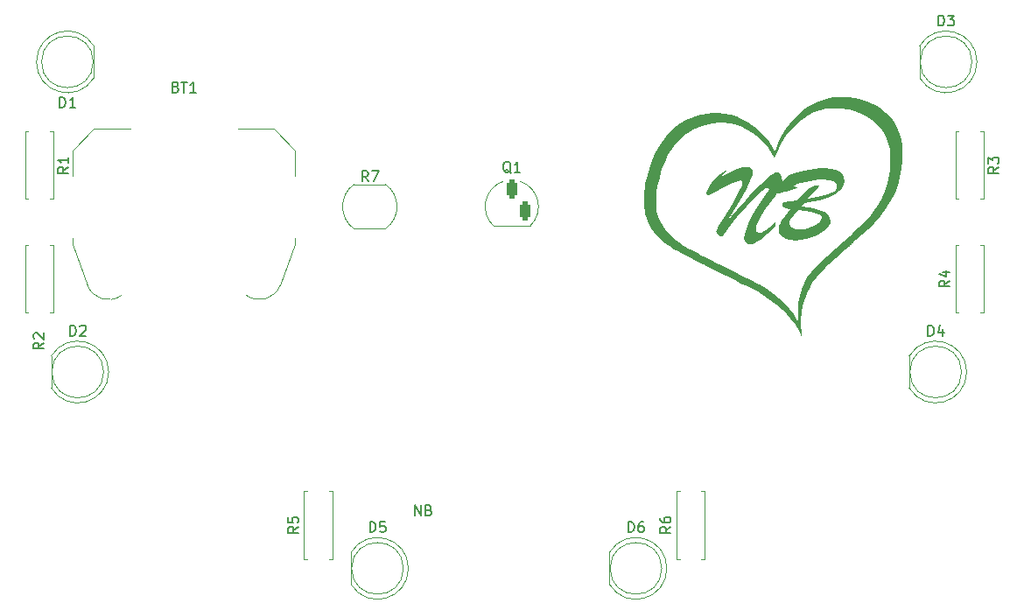
<source format=gto>
G04 #@! TF.GenerationSoftware,KiCad,Pcbnew,9.0.2*
G04 #@! TF.CreationDate,2025-06-05T15:07:43-05:00*
G04 #@! TF.ProjectId,bow,626f772e-6b69-4636-9164-5f7063625858,rev?*
G04 #@! TF.SameCoordinates,Original*
G04 #@! TF.FileFunction,Legend,Top*
G04 #@! TF.FilePolarity,Positive*
%FSLAX46Y46*%
G04 Gerber Fmt 4.6, Leading zero omitted, Abs format (unit mm)*
G04 Created by KiCad (PCBNEW 9.0.2) date 2025-06-05 15:07:43*
%MOMM*%
%LPD*%
G01*
G04 APERTURE LIST*
G04 Aperture macros list*
%AMRoundRect*
0 Rectangle with rounded corners*
0 $1 Rounding radius*
0 $2 $3 $4 $5 $6 $7 $8 $9 X,Y pos of 4 corners*
0 Add a 4 corners polygon primitive as box body*
4,1,4,$2,$3,$4,$5,$6,$7,$8,$9,$2,$3,0*
0 Add four circle primitives for the rounded corners*
1,1,$1+$1,$2,$3*
1,1,$1+$1,$4,$5*
1,1,$1+$1,$6,$7*
1,1,$1+$1,$8,$9*
0 Add four rect primitives between the rounded corners*
20,1,$1+$1,$2,$3,$4,$5,0*
20,1,$1+$1,$4,$5,$6,$7,0*
20,1,$1+$1,$6,$7,$8,$9,0*
20,1,$1+$1,$8,$9,$2,$3,0*%
G04 Aperture macros list end*
%ADD10C,0.150000*%
%ADD11C,0.300000*%
%ADD12C,0.000000*%
%ADD13C,0.120000*%
%ADD14C,1.600000*%
%ADD15C,1.500000*%
%ADD16R,1.100000X1.800000*%
%ADD17RoundRect,0.275000X-0.275000X-0.625000X0.275000X-0.625000X0.275000X0.625000X-0.275000X0.625000X0*%
%ADD18R,1.800000X1.800000*%
%ADD19C,1.800000*%
%ADD20R,1.270000X5.080000*%
%ADD21C,17.800000*%
G04 APERTURE END LIST*
D10*
X210336779Y-115869819D02*
X210336779Y-114869819D01*
X210336779Y-114869819D02*
X210908207Y-115869819D01*
X210908207Y-115869819D02*
X210908207Y-114869819D01*
X211717731Y-115346009D02*
X211860588Y-115393628D01*
X211860588Y-115393628D02*
X211908207Y-115441247D01*
X211908207Y-115441247D02*
X211955826Y-115536485D01*
X211955826Y-115536485D02*
X211955826Y-115679342D01*
X211955826Y-115679342D02*
X211908207Y-115774580D01*
X211908207Y-115774580D02*
X211860588Y-115822200D01*
X211860588Y-115822200D02*
X211765350Y-115869819D01*
X211765350Y-115869819D02*
X211384398Y-115869819D01*
X211384398Y-115869819D02*
X211384398Y-114869819D01*
X211384398Y-114869819D02*
X211717731Y-114869819D01*
X211717731Y-114869819D02*
X211812969Y-114917438D01*
X211812969Y-114917438D02*
X211860588Y-114965057D01*
X211860588Y-114965057D02*
X211908207Y-115060295D01*
X211908207Y-115060295D02*
X211908207Y-115155533D01*
X211908207Y-115155533D02*
X211860588Y-115250771D01*
X211860588Y-115250771D02*
X211812969Y-115298390D01*
X211812969Y-115298390D02*
X211717731Y-115346009D01*
X211717731Y-115346009D02*
X211384398Y-115346009D01*
D11*
G36*
X240219862Y-87135506D02*
G01*
X241069669Y-85703499D01*
X241590522Y-84760550D01*
X241966944Y-83958544D01*
X242043898Y-83656420D01*
X242028261Y-83576316D01*
X241982074Y-83512622D01*
X241915375Y-83469960D01*
X241838734Y-83455835D01*
X241617545Y-83508365D01*
X240942516Y-83780525D01*
X240050877Y-84189480D01*
X239274642Y-84624079D01*
X238823287Y-84866561D01*
X238708609Y-84907096D01*
X238604843Y-84862133D01*
X238564811Y-84705595D01*
X238606518Y-84462006D01*
X238756068Y-84129891D01*
X239062151Y-83677028D01*
X239420303Y-83275017D01*
X239862530Y-82897724D01*
X240399381Y-82544962D01*
X240480656Y-82515096D01*
X240501505Y-82555037D01*
X240378315Y-82672732D01*
X240160786Y-82859577D01*
X239948295Y-83143510D01*
X241528698Y-82386509D01*
X242021286Y-82215244D01*
X242392402Y-82166233D01*
X242682303Y-82201963D01*
X242883788Y-82297208D01*
X243017178Y-82454432D01*
X243063307Y-82674563D01*
X243028153Y-82909678D01*
X242891574Y-83301046D01*
X242693986Y-83730350D01*
X242392402Y-84299847D01*
X241723787Y-85463053D01*
X240491430Y-87542629D01*
X241472897Y-86340418D01*
X242320045Y-85360471D01*
X243136133Y-84477089D01*
X243775427Y-83840518D01*
X244379458Y-83300037D01*
X244820481Y-82959870D01*
X245228110Y-82720897D01*
X245446048Y-82664488D01*
X245513998Y-82691083D01*
X245614576Y-82801417D01*
X245789057Y-83134351D01*
X245849364Y-83323522D01*
X245865993Y-83454461D01*
X245824127Y-83789692D01*
X245694260Y-84130861D01*
X245494781Y-84478161D01*
X245184556Y-84936405D01*
X244298872Y-86173936D01*
X243778175Y-86982091D01*
X243509401Y-87497853D01*
X243373720Y-87888740D01*
X243334874Y-88183766D01*
X243376135Y-88376746D01*
X243488345Y-88485359D01*
X243693453Y-88526317D01*
X243860615Y-88499021D01*
X244077678Y-88403585D01*
X244304124Y-88258762D01*
X244605242Y-88025314D01*
X245225314Y-87467982D01*
X245235847Y-87866861D01*
X244446790Y-88631188D01*
X243788250Y-89187146D01*
X243481303Y-89404894D01*
X243232292Y-89547557D01*
X242990570Y-89642036D01*
X242802272Y-89669373D01*
X242559368Y-89622929D01*
X242374084Y-89488023D01*
X242255288Y-89284518D01*
X242212884Y-89011291D01*
X242239927Y-88724646D01*
X242333326Y-88345882D01*
X242477878Y-87945031D01*
X242701980Y-87446000D01*
X242971669Y-86929349D01*
X243317014Y-86339122D01*
X244144539Y-85094857D01*
X244520046Y-84493472D01*
X244595167Y-84266416D01*
X244567464Y-84186487D01*
X244482510Y-84159255D01*
X244290739Y-84213069D01*
X243943838Y-84439260D01*
X243351541Y-84969172D01*
X242402477Y-85973216D01*
X242046188Y-86389497D01*
X241528698Y-87036130D01*
X240937020Y-87805037D01*
X240271153Y-88671031D01*
X240108071Y-88839526D01*
X239999586Y-88880316D01*
X239875510Y-88841229D01*
X239676727Y-88681564D01*
X239513079Y-88487980D01*
X239477059Y-88390762D01*
X239523128Y-88252421D01*
X239761449Y-87854954D01*
X240219862Y-87135506D01*
G37*
G36*
X250620230Y-82329102D02*
G01*
X251092437Y-82450137D01*
X251435646Y-82629684D01*
X251713026Y-82888933D01*
X251869958Y-83174675D01*
X251922453Y-83499341D01*
X251868286Y-83842032D01*
X251699429Y-84181694D01*
X251429689Y-84487480D01*
X251005168Y-84802682D01*
X250491166Y-85065050D01*
X249778306Y-85315592D01*
X248987186Y-85504259D01*
X247998234Y-85654021D01*
X247736741Y-85961309D01*
X248551444Y-86071218D01*
X249215021Y-86225091D01*
X249750371Y-86401404D01*
X250134878Y-86608145D01*
X250378328Y-86831873D01*
X250514461Y-87073961D01*
X250559578Y-87344792D01*
X250525187Y-87578584D01*
X250417301Y-87817091D01*
X250221149Y-88067903D01*
X249844639Y-88393958D01*
X249342790Y-88698966D01*
X248793000Y-88946090D01*
X248230875Y-89131734D01*
X247669882Y-89251602D01*
X247193606Y-89288354D01*
X246680666Y-89251225D01*
X246284019Y-89150664D01*
X245979566Y-88998011D01*
X245734496Y-88776833D01*
X245592677Y-88516738D01*
X245544051Y-88203916D01*
X245603144Y-87848939D01*
X245728455Y-87568732D01*
X246594142Y-87568732D01*
X246620282Y-87722214D01*
X246700964Y-87867504D01*
X246847850Y-88010201D01*
X247027422Y-88112054D01*
X247265269Y-88179076D01*
X247577831Y-88203916D01*
X248022874Y-88166237D01*
X248518013Y-88046379D01*
X248989191Y-87859492D01*
X249358361Y-87636051D01*
X249562322Y-87449828D01*
X249667193Y-87282294D01*
X249699080Y-87124973D01*
X249673266Y-86990513D01*
X249594080Y-86870213D01*
X249448120Y-86758609D01*
X249161069Y-86632352D01*
X248684709Y-86503070D01*
X247455098Y-86298822D01*
X246981115Y-86864397D01*
X246683902Y-87261902D01*
X246615852Y-87417148D01*
X246594142Y-87568732D01*
X245728455Y-87568732D01*
X245810581Y-87385092D01*
X246124055Y-86893405D01*
X246635358Y-86212268D01*
X246248643Y-86164977D01*
X246040932Y-86088162D01*
X245909477Y-85961789D01*
X245866909Y-85796903D01*
X245884684Y-85691145D01*
X245933313Y-85619674D01*
X246112831Y-85530831D01*
X246545599Y-85462595D01*
X247368087Y-85360929D01*
X247927329Y-84724622D01*
X248369635Y-84321371D01*
X248678351Y-84118740D01*
X248993491Y-83987202D01*
X249319893Y-83921118D01*
X249409194Y-83916080D01*
X249458195Y-83941268D01*
X249342790Y-84104300D01*
X248969099Y-84526993D01*
X248356813Y-85214384D01*
X249274397Y-85069528D01*
X249932179Y-84921292D01*
X250499402Y-84726601D01*
X250856791Y-84526077D01*
X251039744Y-84356141D01*
X251138214Y-84188353D01*
X251169574Y-84015915D01*
X251132575Y-83808852D01*
X251025392Y-83647576D01*
X250836641Y-83520865D01*
X250457138Y-83412794D01*
X249816774Y-83367908D01*
X249425694Y-83385696D01*
X248948491Y-83444386D01*
X248062347Y-83617951D01*
X247355264Y-83824947D01*
X247088888Y-83938825D01*
X247045228Y-83985232D01*
X247075911Y-84015915D01*
X247287321Y-84115220D01*
X247326871Y-84168414D01*
X247230657Y-84244851D01*
X246558422Y-84481197D01*
X245847522Y-84669278D01*
X245523443Y-84712465D01*
X245415768Y-84690255D01*
X245356068Y-84630657D01*
X245333849Y-84523329D01*
X245363330Y-84377244D01*
X245481602Y-84124704D01*
X245746009Y-83712748D01*
X246043009Y-83335090D01*
X246290203Y-83097316D01*
X246497056Y-82963533D01*
X247044770Y-82784473D01*
X247989990Y-82549542D01*
X249037792Y-82360406D01*
X249556930Y-82301348D01*
X249980722Y-82283469D01*
X250620230Y-82329102D01*
G37*
D10*
X262084819Y-93166666D02*
X261608628Y-93499999D01*
X262084819Y-93738094D02*
X261084819Y-93738094D01*
X261084819Y-93738094D02*
X261084819Y-93357142D01*
X261084819Y-93357142D02*
X261132438Y-93261904D01*
X261132438Y-93261904D02*
X261180057Y-93214285D01*
X261180057Y-93214285D02*
X261275295Y-93166666D01*
X261275295Y-93166666D02*
X261418152Y-93166666D01*
X261418152Y-93166666D02*
X261513390Y-93214285D01*
X261513390Y-93214285D02*
X261561009Y-93261904D01*
X261561009Y-93261904D02*
X261608628Y-93357142D01*
X261608628Y-93357142D02*
X261608628Y-93738094D01*
X261418152Y-92309523D02*
X262084819Y-92309523D01*
X261037200Y-92547618D02*
X261751485Y-92785713D01*
X261751485Y-92785713D02*
X261751485Y-92166666D01*
X266824819Y-82166666D02*
X266348628Y-82499999D01*
X266824819Y-82738094D02*
X265824819Y-82738094D01*
X265824819Y-82738094D02*
X265824819Y-82357142D01*
X265824819Y-82357142D02*
X265872438Y-82261904D01*
X265872438Y-82261904D02*
X265920057Y-82214285D01*
X265920057Y-82214285D02*
X266015295Y-82166666D01*
X266015295Y-82166666D02*
X266158152Y-82166666D01*
X266158152Y-82166666D02*
X266253390Y-82214285D01*
X266253390Y-82214285D02*
X266301009Y-82261904D01*
X266301009Y-82261904D02*
X266348628Y-82357142D01*
X266348628Y-82357142D02*
X266348628Y-82738094D01*
X265824819Y-81833332D02*
X265824819Y-81214285D01*
X265824819Y-81214285D02*
X266205771Y-81547618D01*
X266205771Y-81547618D02*
X266205771Y-81404761D01*
X266205771Y-81404761D02*
X266253390Y-81309523D01*
X266253390Y-81309523D02*
X266301009Y-81261904D01*
X266301009Y-81261904D02*
X266396247Y-81214285D01*
X266396247Y-81214285D02*
X266634342Y-81214285D01*
X266634342Y-81214285D02*
X266729580Y-81261904D01*
X266729580Y-81261904D02*
X266777200Y-81309523D01*
X266777200Y-81309523D02*
X266824819Y-81404761D01*
X266824819Y-81404761D02*
X266824819Y-81690475D01*
X266824819Y-81690475D02*
X266777200Y-81785713D01*
X266777200Y-81785713D02*
X266729580Y-81833332D01*
X176824819Y-82166666D02*
X176348628Y-82499999D01*
X176824819Y-82738094D02*
X175824819Y-82738094D01*
X175824819Y-82738094D02*
X175824819Y-82357142D01*
X175824819Y-82357142D02*
X175872438Y-82261904D01*
X175872438Y-82261904D02*
X175920057Y-82214285D01*
X175920057Y-82214285D02*
X176015295Y-82166666D01*
X176015295Y-82166666D02*
X176158152Y-82166666D01*
X176158152Y-82166666D02*
X176253390Y-82214285D01*
X176253390Y-82214285D02*
X176301009Y-82261904D01*
X176301009Y-82261904D02*
X176348628Y-82357142D01*
X176348628Y-82357142D02*
X176348628Y-82738094D01*
X176824819Y-81214285D02*
X176824819Y-81785713D01*
X176824819Y-81499999D02*
X175824819Y-81499999D01*
X175824819Y-81499999D02*
X175967676Y-81595237D01*
X175967676Y-81595237D02*
X176062914Y-81690475D01*
X176062914Y-81690475D02*
X176110533Y-81785713D01*
X174454819Y-99166666D02*
X173978628Y-99499999D01*
X174454819Y-99738094D02*
X173454819Y-99738094D01*
X173454819Y-99738094D02*
X173454819Y-99357142D01*
X173454819Y-99357142D02*
X173502438Y-99261904D01*
X173502438Y-99261904D02*
X173550057Y-99214285D01*
X173550057Y-99214285D02*
X173645295Y-99166666D01*
X173645295Y-99166666D02*
X173788152Y-99166666D01*
X173788152Y-99166666D02*
X173883390Y-99214285D01*
X173883390Y-99214285D02*
X173931009Y-99261904D01*
X173931009Y-99261904D02*
X173978628Y-99357142D01*
X173978628Y-99357142D02*
X173978628Y-99738094D01*
X173550057Y-98785713D02*
X173502438Y-98738094D01*
X173502438Y-98738094D02*
X173454819Y-98642856D01*
X173454819Y-98642856D02*
X173454819Y-98404761D01*
X173454819Y-98404761D02*
X173502438Y-98309523D01*
X173502438Y-98309523D02*
X173550057Y-98261904D01*
X173550057Y-98261904D02*
X173645295Y-98214285D01*
X173645295Y-98214285D02*
X173740533Y-98214285D01*
X173740533Y-98214285D02*
X173883390Y-98261904D01*
X173883390Y-98261904D02*
X174454819Y-98833332D01*
X174454819Y-98833332D02*
X174454819Y-98214285D01*
X205833333Y-83554819D02*
X205500000Y-83078628D01*
X205261905Y-83554819D02*
X205261905Y-82554819D01*
X205261905Y-82554819D02*
X205642857Y-82554819D01*
X205642857Y-82554819D02*
X205738095Y-82602438D01*
X205738095Y-82602438D02*
X205785714Y-82650057D01*
X205785714Y-82650057D02*
X205833333Y-82745295D01*
X205833333Y-82745295D02*
X205833333Y-82888152D01*
X205833333Y-82888152D02*
X205785714Y-82983390D01*
X205785714Y-82983390D02*
X205738095Y-83031009D01*
X205738095Y-83031009D02*
X205642857Y-83078628D01*
X205642857Y-83078628D02*
X205261905Y-83078628D01*
X206166667Y-82554819D02*
X206833333Y-82554819D01*
X206833333Y-82554819D02*
X206404762Y-83554819D01*
X235084819Y-116976666D02*
X234608628Y-117309999D01*
X235084819Y-117548094D02*
X234084819Y-117548094D01*
X234084819Y-117548094D02*
X234084819Y-117167142D01*
X234084819Y-117167142D02*
X234132438Y-117071904D01*
X234132438Y-117071904D02*
X234180057Y-117024285D01*
X234180057Y-117024285D02*
X234275295Y-116976666D01*
X234275295Y-116976666D02*
X234418152Y-116976666D01*
X234418152Y-116976666D02*
X234513390Y-117024285D01*
X234513390Y-117024285D02*
X234561009Y-117071904D01*
X234561009Y-117071904D02*
X234608628Y-117167142D01*
X234608628Y-117167142D02*
X234608628Y-117548094D01*
X234084819Y-116119523D02*
X234084819Y-116309999D01*
X234084819Y-116309999D02*
X234132438Y-116405237D01*
X234132438Y-116405237D02*
X234180057Y-116452856D01*
X234180057Y-116452856D02*
X234322914Y-116548094D01*
X234322914Y-116548094D02*
X234513390Y-116595713D01*
X234513390Y-116595713D02*
X234894342Y-116595713D01*
X234894342Y-116595713D02*
X234989580Y-116548094D01*
X234989580Y-116548094D02*
X235037200Y-116500475D01*
X235037200Y-116500475D02*
X235084819Y-116405237D01*
X235084819Y-116405237D02*
X235084819Y-116214761D01*
X235084819Y-116214761D02*
X235037200Y-116119523D01*
X235037200Y-116119523D02*
X234989580Y-116071904D01*
X234989580Y-116071904D02*
X234894342Y-116024285D01*
X234894342Y-116024285D02*
X234656247Y-116024285D01*
X234656247Y-116024285D02*
X234561009Y-116071904D01*
X234561009Y-116071904D02*
X234513390Y-116119523D01*
X234513390Y-116119523D02*
X234465771Y-116214761D01*
X234465771Y-116214761D02*
X234465771Y-116405237D01*
X234465771Y-116405237D02*
X234513390Y-116500475D01*
X234513390Y-116500475D02*
X234561009Y-116548094D01*
X234561009Y-116548094D02*
X234656247Y-116595713D01*
X199084819Y-116976666D02*
X198608628Y-117309999D01*
X199084819Y-117548094D02*
X198084819Y-117548094D01*
X198084819Y-117548094D02*
X198084819Y-117167142D01*
X198084819Y-117167142D02*
X198132438Y-117071904D01*
X198132438Y-117071904D02*
X198180057Y-117024285D01*
X198180057Y-117024285D02*
X198275295Y-116976666D01*
X198275295Y-116976666D02*
X198418152Y-116976666D01*
X198418152Y-116976666D02*
X198513390Y-117024285D01*
X198513390Y-117024285D02*
X198561009Y-117071904D01*
X198561009Y-117071904D02*
X198608628Y-117167142D01*
X198608628Y-117167142D02*
X198608628Y-117548094D01*
X198084819Y-116071904D02*
X198084819Y-116548094D01*
X198084819Y-116548094D02*
X198561009Y-116595713D01*
X198561009Y-116595713D02*
X198513390Y-116548094D01*
X198513390Y-116548094D02*
X198465771Y-116452856D01*
X198465771Y-116452856D02*
X198465771Y-116214761D01*
X198465771Y-116214761D02*
X198513390Y-116119523D01*
X198513390Y-116119523D02*
X198561009Y-116071904D01*
X198561009Y-116071904D02*
X198656247Y-116024285D01*
X198656247Y-116024285D02*
X198894342Y-116024285D01*
X198894342Y-116024285D02*
X198989580Y-116071904D01*
X198989580Y-116071904D02*
X199037200Y-116119523D01*
X199037200Y-116119523D02*
X199084819Y-116214761D01*
X199084819Y-116214761D02*
X199084819Y-116452856D01*
X199084819Y-116452856D02*
X199037200Y-116548094D01*
X199037200Y-116548094D02*
X198989580Y-116595713D01*
X219634761Y-82750057D02*
X219539523Y-82702438D01*
X219539523Y-82702438D02*
X219444285Y-82607200D01*
X219444285Y-82607200D02*
X219301428Y-82464342D01*
X219301428Y-82464342D02*
X219206190Y-82416723D01*
X219206190Y-82416723D02*
X219110952Y-82416723D01*
X219158571Y-82654819D02*
X219063333Y-82607200D01*
X219063333Y-82607200D02*
X218968095Y-82511961D01*
X218968095Y-82511961D02*
X218920476Y-82321485D01*
X218920476Y-82321485D02*
X218920476Y-81988152D01*
X218920476Y-81988152D02*
X218968095Y-81797676D01*
X218968095Y-81797676D02*
X219063333Y-81702438D01*
X219063333Y-81702438D02*
X219158571Y-81654819D01*
X219158571Y-81654819D02*
X219349047Y-81654819D01*
X219349047Y-81654819D02*
X219444285Y-81702438D01*
X219444285Y-81702438D02*
X219539523Y-81797676D01*
X219539523Y-81797676D02*
X219587142Y-81988152D01*
X219587142Y-81988152D02*
X219587142Y-82321485D01*
X219587142Y-82321485D02*
X219539523Y-82511961D01*
X219539523Y-82511961D02*
X219444285Y-82607200D01*
X219444285Y-82607200D02*
X219349047Y-82654819D01*
X219349047Y-82654819D02*
X219158571Y-82654819D01*
X220539523Y-82654819D02*
X219968095Y-82654819D01*
X220253809Y-82654819D02*
X220253809Y-81654819D01*
X220253809Y-81654819D02*
X220158571Y-81797676D01*
X220158571Y-81797676D02*
X220063333Y-81892914D01*
X220063333Y-81892914D02*
X219968095Y-81940533D01*
X230991905Y-117494819D02*
X230991905Y-116494819D01*
X230991905Y-116494819D02*
X231230000Y-116494819D01*
X231230000Y-116494819D02*
X231372857Y-116542438D01*
X231372857Y-116542438D02*
X231468095Y-116637676D01*
X231468095Y-116637676D02*
X231515714Y-116732914D01*
X231515714Y-116732914D02*
X231563333Y-116923390D01*
X231563333Y-116923390D02*
X231563333Y-117066247D01*
X231563333Y-117066247D02*
X231515714Y-117256723D01*
X231515714Y-117256723D02*
X231468095Y-117351961D01*
X231468095Y-117351961D02*
X231372857Y-117447200D01*
X231372857Y-117447200D02*
X231230000Y-117494819D01*
X231230000Y-117494819D02*
X230991905Y-117494819D01*
X232420476Y-116494819D02*
X232230000Y-116494819D01*
X232230000Y-116494819D02*
X232134762Y-116542438D01*
X232134762Y-116542438D02*
X232087143Y-116590057D01*
X232087143Y-116590057D02*
X231991905Y-116732914D01*
X231991905Y-116732914D02*
X231944286Y-116923390D01*
X231944286Y-116923390D02*
X231944286Y-117304342D01*
X231944286Y-117304342D02*
X231991905Y-117399580D01*
X231991905Y-117399580D02*
X232039524Y-117447200D01*
X232039524Y-117447200D02*
X232134762Y-117494819D01*
X232134762Y-117494819D02*
X232325238Y-117494819D01*
X232325238Y-117494819D02*
X232420476Y-117447200D01*
X232420476Y-117447200D02*
X232468095Y-117399580D01*
X232468095Y-117399580D02*
X232515714Y-117304342D01*
X232515714Y-117304342D02*
X232515714Y-117066247D01*
X232515714Y-117066247D02*
X232468095Y-116971009D01*
X232468095Y-116971009D02*
X232420476Y-116923390D01*
X232420476Y-116923390D02*
X232325238Y-116875771D01*
X232325238Y-116875771D02*
X232134762Y-116875771D01*
X232134762Y-116875771D02*
X232039524Y-116923390D01*
X232039524Y-116923390D02*
X231991905Y-116971009D01*
X231991905Y-116971009D02*
X231944286Y-117066247D01*
X205991905Y-117494819D02*
X205991905Y-116494819D01*
X205991905Y-116494819D02*
X206230000Y-116494819D01*
X206230000Y-116494819D02*
X206372857Y-116542438D01*
X206372857Y-116542438D02*
X206468095Y-116637676D01*
X206468095Y-116637676D02*
X206515714Y-116732914D01*
X206515714Y-116732914D02*
X206563333Y-116923390D01*
X206563333Y-116923390D02*
X206563333Y-117066247D01*
X206563333Y-117066247D02*
X206515714Y-117256723D01*
X206515714Y-117256723D02*
X206468095Y-117351961D01*
X206468095Y-117351961D02*
X206372857Y-117447200D01*
X206372857Y-117447200D02*
X206230000Y-117494819D01*
X206230000Y-117494819D02*
X205991905Y-117494819D01*
X207468095Y-116494819D02*
X206991905Y-116494819D01*
X206991905Y-116494819D02*
X206944286Y-116971009D01*
X206944286Y-116971009D02*
X206991905Y-116923390D01*
X206991905Y-116923390D02*
X207087143Y-116875771D01*
X207087143Y-116875771D02*
X207325238Y-116875771D01*
X207325238Y-116875771D02*
X207420476Y-116923390D01*
X207420476Y-116923390D02*
X207468095Y-116971009D01*
X207468095Y-116971009D02*
X207515714Y-117066247D01*
X207515714Y-117066247D02*
X207515714Y-117304342D01*
X207515714Y-117304342D02*
X207468095Y-117399580D01*
X207468095Y-117399580D02*
X207420476Y-117447200D01*
X207420476Y-117447200D02*
X207325238Y-117494819D01*
X207325238Y-117494819D02*
X207087143Y-117494819D01*
X207087143Y-117494819D02*
X206991905Y-117447200D01*
X206991905Y-117447200D02*
X206944286Y-117399580D01*
X259991905Y-98494819D02*
X259991905Y-97494819D01*
X259991905Y-97494819D02*
X260230000Y-97494819D01*
X260230000Y-97494819D02*
X260372857Y-97542438D01*
X260372857Y-97542438D02*
X260468095Y-97637676D01*
X260468095Y-97637676D02*
X260515714Y-97732914D01*
X260515714Y-97732914D02*
X260563333Y-97923390D01*
X260563333Y-97923390D02*
X260563333Y-98066247D01*
X260563333Y-98066247D02*
X260515714Y-98256723D01*
X260515714Y-98256723D02*
X260468095Y-98351961D01*
X260468095Y-98351961D02*
X260372857Y-98447200D01*
X260372857Y-98447200D02*
X260230000Y-98494819D01*
X260230000Y-98494819D02*
X259991905Y-98494819D01*
X261420476Y-97828152D02*
X261420476Y-98494819D01*
X261182381Y-97447200D02*
X260944286Y-98161485D01*
X260944286Y-98161485D02*
X261563333Y-98161485D01*
X260991905Y-68494819D02*
X260991905Y-67494819D01*
X260991905Y-67494819D02*
X261230000Y-67494819D01*
X261230000Y-67494819D02*
X261372857Y-67542438D01*
X261372857Y-67542438D02*
X261468095Y-67637676D01*
X261468095Y-67637676D02*
X261515714Y-67732914D01*
X261515714Y-67732914D02*
X261563333Y-67923390D01*
X261563333Y-67923390D02*
X261563333Y-68066247D01*
X261563333Y-68066247D02*
X261515714Y-68256723D01*
X261515714Y-68256723D02*
X261468095Y-68351961D01*
X261468095Y-68351961D02*
X261372857Y-68447200D01*
X261372857Y-68447200D02*
X261230000Y-68494819D01*
X261230000Y-68494819D02*
X260991905Y-68494819D01*
X261896667Y-67494819D02*
X262515714Y-67494819D01*
X262515714Y-67494819D02*
X262182381Y-67875771D01*
X262182381Y-67875771D02*
X262325238Y-67875771D01*
X262325238Y-67875771D02*
X262420476Y-67923390D01*
X262420476Y-67923390D02*
X262468095Y-67971009D01*
X262468095Y-67971009D02*
X262515714Y-68066247D01*
X262515714Y-68066247D02*
X262515714Y-68304342D01*
X262515714Y-68304342D02*
X262468095Y-68399580D01*
X262468095Y-68399580D02*
X262420476Y-68447200D01*
X262420476Y-68447200D02*
X262325238Y-68494819D01*
X262325238Y-68494819D02*
X262039524Y-68494819D01*
X262039524Y-68494819D02*
X261944286Y-68447200D01*
X261944286Y-68447200D02*
X261896667Y-68399580D01*
X175991905Y-76414819D02*
X175991905Y-75414819D01*
X175991905Y-75414819D02*
X176230000Y-75414819D01*
X176230000Y-75414819D02*
X176372857Y-75462438D01*
X176372857Y-75462438D02*
X176468095Y-75557676D01*
X176468095Y-75557676D02*
X176515714Y-75652914D01*
X176515714Y-75652914D02*
X176563333Y-75843390D01*
X176563333Y-75843390D02*
X176563333Y-75986247D01*
X176563333Y-75986247D02*
X176515714Y-76176723D01*
X176515714Y-76176723D02*
X176468095Y-76271961D01*
X176468095Y-76271961D02*
X176372857Y-76367200D01*
X176372857Y-76367200D02*
X176230000Y-76414819D01*
X176230000Y-76414819D02*
X175991905Y-76414819D01*
X177515714Y-76414819D02*
X176944286Y-76414819D01*
X177230000Y-76414819D02*
X177230000Y-75414819D01*
X177230000Y-75414819D02*
X177134762Y-75557676D01*
X177134762Y-75557676D02*
X177039524Y-75652914D01*
X177039524Y-75652914D02*
X176944286Y-75700533D01*
X187214285Y-74431009D02*
X187357142Y-74478628D01*
X187357142Y-74478628D02*
X187404761Y-74526247D01*
X187404761Y-74526247D02*
X187452380Y-74621485D01*
X187452380Y-74621485D02*
X187452380Y-74764342D01*
X187452380Y-74764342D02*
X187404761Y-74859580D01*
X187404761Y-74859580D02*
X187357142Y-74907200D01*
X187357142Y-74907200D02*
X187261904Y-74954819D01*
X187261904Y-74954819D02*
X186880952Y-74954819D01*
X186880952Y-74954819D02*
X186880952Y-73954819D01*
X186880952Y-73954819D02*
X187214285Y-73954819D01*
X187214285Y-73954819D02*
X187309523Y-74002438D01*
X187309523Y-74002438D02*
X187357142Y-74050057D01*
X187357142Y-74050057D02*
X187404761Y-74145295D01*
X187404761Y-74145295D02*
X187404761Y-74240533D01*
X187404761Y-74240533D02*
X187357142Y-74335771D01*
X187357142Y-74335771D02*
X187309523Y-74383390D01*
X187309523Y-74383390D02*
X187214285Y-74431009D01*
X187214285Y-74431009D02*
X186880952Y-74431009D01*
X187738095Y-73954819D02*
X188309523Y-73954819D01*
X188023809Y-74954819D02*
X188023809Y-73954819D01*
X189166666Y-74954819D02*
X188595238Y-74954819D01*
X188880952Y-74954819D02*
X188880952Y-73954819D01*
X188880952Y-73954819D02*
X188785714Y-74097676D01*
X188785714Y-74097676D02*
X188690476Y-74192914D01*
X188690476Y-74192914D02*
X188595238Y-74240533D01*
X176991905Y-98494819D02*
X176991905Y-97494819D01*
X176991905Y-97494819D02*
X177230000Y-97494819D01*
X177230000Y-97494819D02*
X177372857Y-97542438D01*
X177372857Y-97542438D02*
X177468095Y-97637676D01*
X177468095Y-97637676D02*
X177515714Y-97732914D01*
X177515714Y-97732914D02*
X177563333Y-97923390D01*
X177563333Y-97923390D02*
X177563333Y-98066247D01*
X177563333Y-98066247D02*
X177515714Y-98256723D01*
X177515714Y-98256723D02*
X177468095Y-98351961D01*
X177468095Y-98351961D02*
X177372857Y-98447200D01*
X177372857Y-98447200D02*
X177230000Y-98494819D01*
X177230000Y-98494819D02*
X176991905Y-98494819D01*
X177944286Y-97590057D02*
X177991905Y-97542438D01*
X177991905Y-97542438D02*
X178087143Y-97494819D01*
X178087143Y-97494819D02*
X178325238Y-97494819D01*
X178325238Y-97494819D02*
X178420476Y-97542438D01*
X178420476Y-97542438D02*
X178468095Y-97590057D01*
X178468095Y-97590057D02*
X178515714Y-97685295D01*
X178515714Y-97685295D02*
X178515714Y-97780533D01*
X178515714Y-97780533D02*
X178468095Y-97923390D01*
X178468095Y-97923390D02*
X177896667Y-98494819D01*
X177896667Y-98494819D02*
X178515714Y-98494819D01*
D12*
G04 #@! TO.C,NB*
G36*
X251500042Y-75413107D02*
G01*
X251714942Y-75417854D01*
X252109389Y-75430815D01*
X252442350Y-75450859D01*
X252735652Y-75480878D01*
X253011119Y-75523762D01*
X253290576Y-75582402D01*
X253595848Y-75659687D01*
X253648257Y-75673897D01*
X254298178Y-75890089D01*
X254897846Y-76168493D01*
X255444180Y-76506122D01*
X255934099Y-76899988D01*
X256364525Y-77347106D01*
X256732376Y-77844487D01*
X257034573Y-78389144D01*
X257268035Y-78978090D01*
X257352323Y-79266204D01*
X257397132Y-79443069D01*
X257430833Y-79595057D01*
X257455393Y-79740048D01*
X257472779Y-79895921D01*
X257484957Y-80080554D01*
X257493895Y-80311825D01*
X257501560Y-80607612D01*
X257501997Y-80626726D01*
X257490915Y-81518493D01*
X257415020Y-82362180D01*
X257273145Y-83163632D01*
X257064119Y-83928693D01*
X256786773Y-84663209D01*
X256623069Y-85018883D01*
X256268345Y-85672289D01*
X255848873Y-86310293D01*
X255360485Y-86938089D01*
X254799013Y-87560874D01*
X254160286Y-88183844D01*
X253883744Y-88432913D01*
X253716422Y-88580645D01*
X253571738Y-88708756D01*
X253461029Y-88807178D01*
X253395632Y-88865845D01*
X253383251Y-88877345D01*
X253345421Y-88912332D01*
X253258934Y-88990612D01*
X253137370Y-89099936D01*
X253019086Y-89205897D01*
X252883369Y-89332928D01*
X252777973Y-89442512D01*
X252714524Y-89521804D01*
X252702295Y-89555855D01*
X252701965Y-89579410D01*
X252685566Y-89572037D01*
X252628277Y-89575981D01*
X252550301Y-89619693D01*
X252479746Y-89681320D01*
X252444721Y-89739012D01*
X252447530Y-89757082D01*
X252444478Y-89786427D01*
X252430862Y-89785023D01*
X252391538Y-89809068D01*
X252298292Y-89881928D01*
X252159171Y-89996578D01*
X251982221Y-90145992D01*
X251775486Y-90323146D01*
X251547014Y-90521013D01*
X251304849Y-90732569D01*
X251057039Y-90950788D01*
X250811628Y-91168644D01*
X250576663Y-91379113D01*
X250360190Y-91575168D01*
X250170254Y-91749785D01*
X250031799Y-91879803D01*
X249606677Y-92325074D01*
X249197167Y-92831475D01*
X248819375Y-93376722D01*
X248489404Y-93938530D01*
X248358983Y-94194581D01*
X248069671Y-94873504D01*
X247860671Y-95552124D01*
X247730484Y-96239408D01*
X247677611Y-96944325D01*
X247700552Y-97675841D01*
X247728943Y-97963568D01*
X247752819Y-98176751D01*
X247771414Y-98358062D01*
X247783329Y-98492570D01*
X247787166Y-98565340D01*
X247786075Y-98573868D01*
X247764167Y-98543590D01*
X247714971Y-98453072D01*
X247646549Y-98317629D01*
X247591422Y-98204060D01*
X247502659Y-98030559D01*
X247389547Y-97827108D01*
X247262726Y-97611029D01*
X247132833Y-97399642D01*
X247010506Y-97210269D01*
X246906384Y-97060230D01*
X246832352Y-96968144D01*
X246772324Y-96897792D01*
X246689161Y-96791707D01*
X246649448Y-96738752D01*
X246527790Y-96590820D01*
X246355625Y-96404544D01*
X246147399Y-96193916D01*
X245917558Y-95972929D01*
X245680548Y-95755577D01*
X245450814Y-95555853D01*
X245304375Y-95435860D01*
X244755218Y-95026735D01*
X244146561Y-94621578D01*
X243501695Y-94234568D01*
X242843907Y-93879880D01*
X242372414Y-93651112D01*
X242263174Y-93599255D01*
X242094267Y-93517117D01*
X241873543Y-93408635D01*
X241608851Y-93277749D01*
X241308041Y-93128396D01*
X240978961Y-92964514D01*
X240629461Y-92790043D01*
X240267391Y-92608920D01*
X239900600Y-92425083D01*
X239536937Y-92242471D01*
X239184253Y-92065022D01*
X238850395Y-91896674D01*
X238543214Y-91741366D01*
X238270559Y-91603036D01*
X238040280Y-91485622D01*
X237860226Y-91393062D01*
X237738246Y-91329295D01*
X237682190Y-91298259D01*
X237680295Y-91296944D01*
X237632555Y-91269762D01*
X237521213Y-91210846D01*
X237357230Y-91125854D01*
X237151569Y-91020446D01*
X236915191Y-90900281D01*
X236762726Y-90823224D01*
X236259725Y-90565310D01*
X235824325Y-90332057D01*
X235446704Y-90117087D01*
X235117036Y-89914023D01*
X234825498Y-89716488D01*
X234562265Y-89518103D01*
X234317515Y-89312492D01*
X234081422Y-89093277D01*
X234048726Y-89061359D01*
X233722899Y-88725165D01*
X233456068Y-88410314D01*
X233234432Y-88097421D01*
X233044192Y-87767100D01*
X232880060Y-87419695D01*
X232742576Y-87074571D01*
X232640857Y-86747792D01*
X232569958Y-86415258D01*
X232524931Y-86052869D01*
X232500828Y-85636525D01*
X232498522Y-85561084D01*
X232497212Y-85435960D01*
X233679278Y-85435960D01*
X233684051Y-85810608D01*
X233702599Y-86123315D01*
X233739422Y-86395038D01*
X233799021Y-86646734D01*
X233885896Y-86899360D01*
X234004547Y-87173874D01*
X234091241Y-87354515D01*
X234319916Y-87775962D01*
X234576888Y-88161934D01*
X234875569Y-88529331D01*
X235229373Y-88895047D01*
X235539381Y-89178758D01*
X235667384Y-89289353D01*
X235792593Y-89393143D01*
X235920281Y-89493100D01*
X236055724Y-89592196D01*
X236204196Y-89693405D01*
X236370973Y-89799697D01*
X236561329Y-89914046D01*
X236780538Y-90039423D01*
X237033877Y-90178800D01*
X237326619Y-90335151D01*
X237664040Y-90511447D01*
X238051414Y-90710660D01*
X238494016Y-90935763D01*
X238997121Y-91189728D01*
X239566004Y-91475527D01*
X240013105Y-91699584D01*
X240512515Y-91949933D01*
X240997473Y-92193522D01*
X241461830Y-92427235D01*
X241899433Y-92647955D01*
X242304133Y-92852563D01*
X242669777Y-93037942D01*
X242990214Y-93200975D01*
X243259294Y-93338543D01*
X243470865Y-93447530D01*
X243618776Y-93524818D01*
X243686207Y-93561209D01*
X244375982Y-93977737D01*
X245016522Y-94425881D01*
X245602265Y-94900335D01*
X246127647Y-95395794D01*
X246587107Y-95906952D01*
X246975081Y-96428504D01*
X247286007Y-96955145D01*
X247324006Y-97030881D01*
X247383944Y-97148236D01*
X247428392Y-97226225D01*
X247445974Y-97247074D01*
X247447007Y-97203917D01*
X247442219Y-97093509D01*
X247432478Y-96931749D01*
X247418656Y-96734532D01*
X247416002Y-96699153D01*
X247398517Y-96009703D01*
X247448648Y-95326104D01*
X247564186Y-94663387D01*
X247742923Y-94036583D01*
X247847934Y-93759151D01*
X247983240Y-93450360D01*
X248129361Y-93160331D01*
X248292508Y-92881526D01*
X248478891Y-92606405D01*
X248694719Y-92327430D01*
X248946202Y-92037061D01*
X249239550Y-91727760D01*
X249580974Y-91391987D01*
X249976682Y-91022203D01*
X250432884Y-90610870D01*
X250463711Y-90583464D01*
X250633728Y-90431834D01*
X250847479Y-90240295D01*
X251086962Y-90025031D01*
X251334172Y-89802227D01*
X251571106Y-89588067D01*
X251589819Y-89571121D01*
X251841989Y-89343005D01*
X252121757Y-89090392D01*
X252406328Y-88833834D01*
X252672910Y-88593880D01*
X252882758Y-88405386D01*
X253266713Y-88053881D01*
X253627952Y-87709234D01*
X253957456Y-87380618D01*
X254246205Y-87077209D01*
X254485180Y-86808179D01*
X254635293Y-86622785D01*
X255085040Y-85984248D01*
X255456670Y-85347071D01*
X255754720Y-84701361D01*
X255983726Y-84037225D01*
X256148224Y-83344771D01*
X256154903Y-83308867D01*
X256275339Y-82524017D01*
X256337105Y-81796050D01*
X256339536Y-81121904D01*
X256281969Y-80498519D01*
X256163740Y-79922833D01*
X255984184Y-79391784D01*
X255742639Y-78902311D01*
X255438439Y-78451351D01*
X255070922Y-78035844D01*
X254995368Y-77962073D01*
X254538730Y-77573558D01*
X254045351Y-77247615D01*
X253506850Y-76980024D01*
X252914846Y-76766566D01*
X252319704Y-76615203D01*
X252059881Y-76571472D01*
X251748326Y-76536591D01*
X251406770Y-76511413D01*
X251056947Y-76496791D01*
X250720587Y-76493579D01*
X250419424Y-76502629D01*
X250175190Y-76524795D01*
X250142167Y-76529724D01*
X249537063Y-76668894D01*
X248944237Y-76890479D01*
X248363917Y-77194354D01*
X247796332Y-77580393D01*
X247241710Y-78048471D01*
X247064924Y-78217613D01*
X246642515Y-78659006D01*
X246281353Y-79095237D01*
X245971409Y-79542855D01*
X245702652Y-80018409D01*
X245465052Y-80538448D01*
X245248581Y-81119522D01*
X245179990Y-81327750D01*
X245154375Y-81327847D01*
X245106027Y-81259243D01*
X245043351Y-81135168D01*
X244823162Y-80727207D01*
X244535567Y-80310296D01*
X244193308Y-79898599D01*
X243809129Y-79506281D01*
X243395772Y-79147504D01*
X242988701Y-78851320D01*
X242422452Y-78509173D01*
X241874500Y-78243204D01*
X241336006Y-78050714D01*
X240798132Y-77929004D01*
X240252040Y-77875372D01*
X239807389Y-77879449D01*
X239127725Y-77951130D01*
X238469476Y-78090303D01*
X237842767Y-78293525D01*
X237257727Y-78557358D01*
X236724482Y-78878360D01*
X236595895Y-78970520D01*
X236358966Y-79150665D01*
X236168138Y-79307793D01*
X236000889Y-79463166D01*
X235834691Y-79638042D01*
X235647022Y-79853681D01*
X235595780Y-79914462D01*
X235198885Y-80440694D01*
X234843837Y-81025149D01*
X234529185Y-81671245D01*
X234253480Y-82382400D01*
X234015270Y-83162031D01*
X233813104Y-84013557D01*
X233774358Y-84205583D01*
X233736391Y-84417972D01*
X233709671Y-84619302D01*
X233692437Y-84832323D01*
X233682933Y-85079786D01*
X233679401Y-85384442D01*
X233679278Y-85435960D01*
X232497212Y-85435960D01*
X232494889Y-85213949D01*
X232505524Y-84889838D01*
X232532743Y-84569970D01*
X232578865Y-84235562D01*
X232646206Y-83867833D01*
X232737083Y-83448000D01*
X232784060Y-83246406D01*
X233028155Y-82343924D01*
X233316273Y-81512139D01*
X233648823Y-80750639D01*
X234026215Y-80059015D01*
X234448860Y-79436857D01*
X234917168Y-78883754D01*
X235431549Y-78399296D01*
X235992413Y-77983072D01*
X236600171Y-77634673D01*
X237255234Y-77353689D01*
X237958010Y-77139708D01*
X238708910Y-76992321D01*
X239084607Y-76945310D01*
X239677204Y-76923971D01*
X240286067Y-76978544D01*
X240898704Y-77106636D01*
X241502624Y-77305858D01*
X241914607Y-77486899D01*
X242560459Y-77840998D01*
X243161661Y-78249400D01*
X243711167Y-78705563D01*
X244201931Y-79202943D01*
X244626906Y-79734996D01*
X244979045Y-80295180D01*
X245019029Y-80369584D01*
X245183306Y-80681281D01*
X245273246Y-80389327D01*
X245472592Y-79840121D01*
X245732188Y-79279320D01*
X246038299Y-78733847D01*
X246369233Y-78241379D01*
X246538679Y-78028704D01*
X246755673Y-77781646D01*
X247002743Y-77518073D01*
X247262418Y-77255856D01*
X247517226Y-77012866D01*
X247749695Y-76806973D01*
X247856978Y-76719699D01*
X248366347Y-76349578D01*
X248861505Y-76049122D01*
X249358924Y-75810429D01*
X249875074Y-75625596D01*
X250426429Y-75486721D01*
X250427283Y-75486545D01*
X250586724Y-75455557D01*
X250730730Y-75433305D01*
X250876683Y-75418861D01*
X251041965Y-75411298D01*
X251243958Y-75409689D01*
X251500042Y-75413107D01*
G37*
D13*
G04 #@! TO.C,R4*
X262630000Y-96270000D02*
X262630000Y-89730000D01*
X262960000Y-96270000D02*
X262630000Y-96270000D01*
X265040000Y-96270000D02*
X265370000Y-96270000D01*
X265370000Y-96270000D02*
X265370000Y-89730000D01*
X262630000Y-89730000D02*
X262960000Y-89730000D01*
X265370000Y-89730000D02*
X265040000Y-89730000D01*
G04 #@! TO.C,R3*
X262630000Y-85270000D02*
X262960000Y-85270000D01*
X265370000Y-85270000D02*
X265040000Y-85270000D01*
X262630000Y-78730000D02*
X262630000Y-85270000D01*
X262960000Y-78730000D02*
X262630000Y-78730000D01*
X265040000Y-78730000D02*
X265370000Y-78730000D01*
X265370000Y-78730000D02*
X265370000Y-85270000D01*
G04 #@! TO.C,R1*
X172630000Y-85270000D02*
X172960000Y-85270000D01*
X175370000Y-85270000D02*
X175040000Y-85270000D01*
X172630000Y-78730000D02*
X172630000Y-85270000D01*
X172960000Y-78730000D02*
X172630000Y-78730000D01*
X175040000Y-78730000D02*
X175370000Y-78730000D01*
X175370000Y-78730000D02*
X175370000Y-85270000D01*
G04 #@! TO.C,R2*
X175370000Y-89730000D02*
X175040000Y-89730000D01*
X172630000Y-89730000D02*
X172960000Y-89730000D01*
X175370000Y-96270000D02*
X175370000Y-89730000D01*
X175040000Y-96270000D02*
X175370000Y-96270000D01*
X172960000Y-96270000D02*
X172630000Y-96270000D01*
X172630000Y-96270000D02*
X172630000Y-89730000D01*
G04 #@! TO.C,R7*
X204450000Y-83850000D02*
X207500000Y-83850000D01*
X204450000Y-88150000D02*
X207500000Y-88150000D01*
X204450000Y-88150000D02*
G75*
G02*
X204471766Y-83834475I1550000J2150000D01*
G01*
X207500000Y-83850000D02*
G75*
G02*
X207544513Y-88118249I-1500000J-2150000D01*
G01*
G04 #@! TO.C,R6*
X235630000Y-120080000D02*
X235630000Y-113540000D01*
X235960000Y-120080000D02*
X235630000Y-120080000D01*
X238040000Y-120080000D02*
X238370000Y-120080000D01*
X238370000Y-120080000D02*
X238370000Y-113540000D01*
X235630000Y-113540000D02*
X235960000Y-113540000D01*
X238370000Y-113540000D02*
X238040000Y-113540000D01*
G04 #@! TO.C,R5*
X199630000Y-120080000D02*
X199630000Y-113540000D01*
X199960000Y-120080000D02*
X199630000Y-120080000D01*
X202040000Y-120080000D02*
X202370000Y-120080000D01*
X202370000Y-120080000D02*
X202370000Y-113540000D01*
X199630000Y-113540000D02*
X199960000Y-113540000D01*
X202370000Y-113540000D02*
X202040000Y-113540000D01*
G04 #@! TO.C,Q1*
X217930000Y-87850000D02*
X221530000Y-87850000D01*
X217918547Y-87842156D02*
G75*
G02*
X218910000Y-83550000I1811453J1842156D01*
G01*
X220510000Y-83550000D02*
G75*
G02*
X221538445Y-87827684I-780000J-2450000D01*
G01*
G04 #@! TO.C,D6*
X229170000Y-119455000D02*
X229170000Y-122545000D01*
X229170000Y-119455170D02*
G75*
G02*
X234720000Y-121000000I2560000J-1544830D01*
G01*
X234720000Y-121000000D02*
G75*
G02*
X229170000Y-122544830I-2990000J0D01*
G01*
X234230000Y-121000000D02*
G75*
G02*
X229230000Y-121000000I-2500000J0D01*
G01*
X229230000Y-121000000D02*
G75*
G02*
X234230000Y-121000000I2500000J0D01*
G01*
G04 #@! TO.C,D5*
X204170000Y-119455000D02*
X204170000Y-122545000D01*
X204170000Y-119455170D02*
G75*
G02*
X209720000Y-121000000I2560000J-1544830D01*
G01*
X209720000Y-121000000D02*
G75*
G02*
X204170000Y-122544830I-2990000J0D01*
G01*
X209230000Y-121000000D02*
G75*
G02*
X204230000Y-121000000I-2500000J0D01*
G01*
X204230000Y-121000000D02*
G75*
G02*
X209230000Y-121000000I2500000J0D01*
G01*
G04 #@! TO.C,D4*
X258170000Y-100455000D02*
X258170000Y-103545000D01*
X258170000Y-100455170D02*
G75*
G02*
X263720000Y-102000000I2560000J-1544830D01*
G01*
X263720000Y-102000000D02*
G75*
G02*
X258170000Y-103544830I-2990000J0D01*
G01*
X263230000Y-102000000D02*
G75*
G02*
X258230000Y-102000000I-2500000J0D01*
G01*
X258230000Y-102000000D02*
G75*
G02*
X263230000Y-102000000I2500000J0D01*
G01*
G04 #@! TO.C,D3*
X259170000Y-70455000D02*
X259170000Y-73545000D01*
X259170000Y-70455170D02*
G75*
G02*
X264720000Y-72000000I2560000J-1544830D01*
G01*
X264720000Y-72000000D02*
G75*
G02*
X259170000Y-73544830I-2990000J0D01*
G01*
X264230000Y-72000000D02*
G75*
G02*
X259230000Y-72000000I-2500000J0D01*
G01*
X259230000Y-72000000D02*
G75*
G02*
X264230000Y-72000000I2500000J0D01*
G01*
G04 #@! TO.C,D1*
X179290000Y-73545000D02*
X179290000Y-70455000D01*
X179290000Y-73544830D02*
G75*
G02*
X173740000Y-72000000I-2560000J1544830D01*
G01*
X173740000Y-72000000D02*
G75*
G02*
X179290000Y-70455170I2990000J0D01*
G01*
X179230000Y-72000000D02*
G75*
G02*
X174230000Y-72000000I-2500000J0D01*
G01*
X174230000Y-72000000D02*
G75*
G02*
X179230000Y-72000000I2500000J0D01*
G01*
G04 #@! TO.C,BT1*
X177220000Y-80540000D02*
X177220000Y-83000000D01*
X177220000Y-89000000D02*
X177220000Y-89630000D01*
X177220000Y-89630000D02*
X178660000Y-93580000D01*
X179300000Y-78460000D02*
X177220000Y-80540000D01*
X182800000Y-78460000D02*
X179300000Y-78460000D01*
X196700000Y-78460000D02*
X193200000Y-78460000D01*
X196700000Y-78460000D02*
X198780000Y-80540000D01*
X198780000Y-80540000D02*
X198780000Y-83000000D01*
X198780000Y-89000000D02*
X198780000Y-89630000D01*
X198780000Y-89630000D02*
X197340000Y-93580000D01*
X181996646Y-94566530D02*
G75*
G02*
X178660000Y-93580000I-1306646J1716531D01*
G01*
X197325243Y-93588169D02*
G75*
G02*
X194000000Y-94550000I-2015243J738169D01*
G01*
G04 #@! TO.C,D2*
X175170000Y-100455000D02*
X175170000Y-103545000D01*
X175170000Y-100455170D02*
G75*
G02*
X180720000Y-102000000I2560000J-1544830D01*
G01*
X180720000Y-102000000D02*
G75*
G02*
X175170000Y-103544830I-2990000J0D01*
G01*
X180230000Y-102000000D02*
G75*
G02*
X175230000Y-102000000I-2500000J0D01*
G01*
X175230000Y-102000000D02*
G75*
G02*
X180230000Y-102000000I2500000J0D01*
G01*
G04 #@! TD*
%LPC*%
D14*
G04 #@! TO.C,R4*
X264000000Y-96810000D03*
X264000000Y-89190000D03*
G04 #@! TD*
G04 #@! TO.C,R3*
X264000000Y-85810000D03*
X264000000Y-78190000D03*
G04 #@! TD*
G04 #@! TO.C,R1*
X174000000Y-85810000D03*
X174000000Y-78190000D03*
G04 #@! TD*
G04 #@! TO.C,R2*
X174000000Y-89190000D03*
X174000000Y-96810000D03*
G04 #@! TD*
D15*
G04 #@! TO.C,R7*
X204300000Y-86000000D03*
X207700000Y-86000000D03*
G04 #@! TD*
D14*
G04 #@! TO.C,R6*
X237000000Y-120620000D03*
X237000000Y-113000000D03*
G04 #@! TD*
G04 #@! TO.C,R5*
X201000000Y-120620000D03*
X201000000Y-113000000D03*
G04 #@! TD*
D16*
G04 #@! TO.C,Q1*
X218460000Y-86400000D03*
D17*
X219730000Y-84330000D03*
X221000000Y-86400000D03*
G04 #@! TD*
D18*
G04 #@! TO.C,D6*
X230460000Y-121000000D03*
D19*
X233000000Y-121000000D03*
G04 #@! TD*
D18*
G04 #@! TO.C,D5*
X205460000Y-121000000D03*
D19*
X208000000Y-121000000D03*
G04 #@! TD*
D18*
G04 #@! TO.C,D4*
X259460000Y-102000000D03*
D19*
X262000000Y-102000000D03*
G04 #@! TD*
D18*
G04 #@! TO.C,D3*
X260460000Y-72000000D03*
D19*
X263000000Y-72000000D03*
G04 #@! TD*
D18*
G04 #@! TO.C,D1*
X178000000Y-72000000D03*
D19*
X175460000Y-72000000D03*
G04 #@! TD*
D20*
G04 #@! TO.C,BT1*
X177015000Y-86000000D03*
X198985000Y-86000000D03*
D21*
X188000000Y-86000000D03*
G04 #@! TD*
D18*
G04 #@! TO.C,D2*
X176460000Y-102000000D03*
D19*
X179000000Y-102000000D03*
G04 #@! TD*
%LPD*%
M02*

</source>
